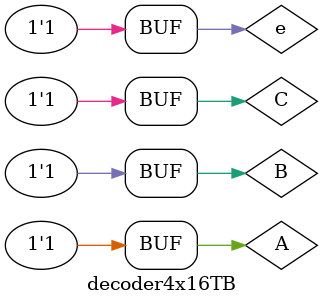
<source format=v>
module decoder4x16TB();
  reg A, B, e, C;
  wire [15:0]I;
  decoder4x16 d3(A, B, C, e, I);

  initial begin
    $monitor("e=%b, A=%b, B=%b, C=%b, I=%b %b %b %b %b %b %b %b %b %b %b %b %b %b %b %b", A, B, C, e, I[0], I[1], I[2], I[3], I[4], I[5], I[6], I[7], I[8], I[9], I[10], I[11], I[12], I[13], I[14], I[15]);
    
    e = 0;    A = 0;    B = 0;    C = 0;    #20;
    
    e = 0;    A = 0;    B = 0;    C = 1;    #20;
    
    e = 0;    A = 0;    B = 1;    C = 0;    #20;
    
    e = 0;    A = 0;    B = 1;    C = 1;    #20;
    
    e = 0;    A = 1;    B = 0;    C = 0;    #20;
    
    e = 0;    A = 1;    B = 0;    C = 1;    #20;
    
    e = 0;    A = 1;    B = 1;    C = 0;    #20;

    e = 0;    A = 1;    B = 1;    C = 1;    #20;
    
    e = 1;    A = 0;    B = 0;    C = 0;    #20;
    
    e = 1;    A = 0;    B = 0;    C = 1;    #20;
    
    e = 1;    A = 0;    B = 1;    C = 0;    #20;
    
    e = 1;    A = 0;    B = 1;    C = 1;    #20;
    
    e = 1;    A = 1;    B = 0;    C = 0;    #20;
    
    e = 1;    A = 1;    B = 0;    C = 1;    #20;
    
    e = 1;    A = 1;    B = 1;    C = 0;    #20;

    e = 1;    A = 1;    B = 1;    C = 1;

  end
endmodule

</source>
